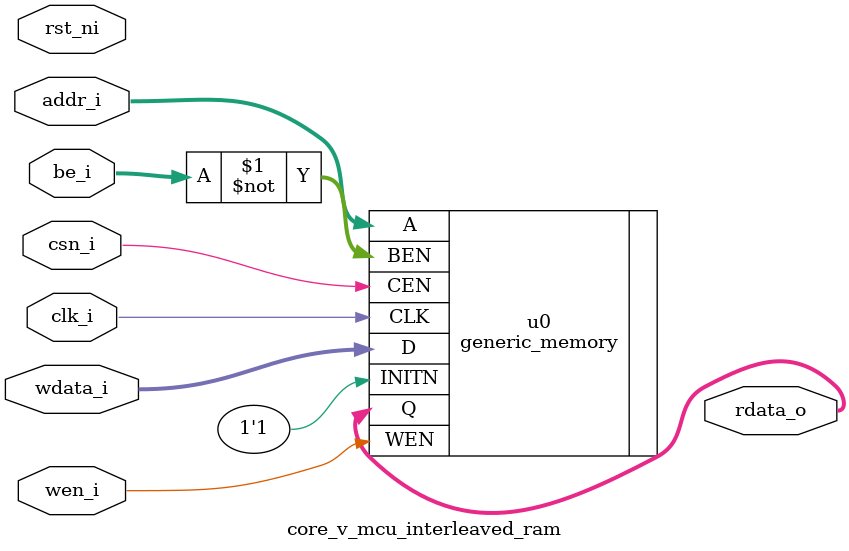
<source format=sv>
module core_v_mcu_private_ram #(
    parameter ADDR_WIDTH = 12
) (
    input clk_i,
    input rst_ni,
    input csn_i,
    input [3:0] be_i,
    input wen_i,
    input [ADDR_WIDTH-1:0] addr_i,
    input [31:0] wdata_i,
    output [31:0] rdata_o
);


  generic_memory #(
      .ADDR_WIDTH(ADDR_WIDTH),
      .DATA_WIDTH(32)
  ) u0 (
      .CLK  (clk_i),
      .INITN(1'b1),
      .CEN  (csn_i),
      .BEN  (~be_i),
      .WEN  (wen_i),
      .A    (addr_i),   //Convert from byte to word addressing
      .D    (wdata_i),
      .Q    (rdata_o)
  );

endmodule  // core_v_mcu_private_ram

module core_v_mcu_interleaved_ram #(
    parameter ADDR_WIDTH = 12
) (
    input clk_i,
    input rst_ni,
    input csn_i,
    input [3:0] be_i,
    input wen_i,
    input [ADDR_WIDTH-1:0] addr_i,
    input [31:0] wdata_i,
    output [31:0] rdata_o
);

  generic_memory #(
      .ADDR_WIDTH(ADDR_WIDTH),
      .DATA_WIDTH(32)
  ) u0 (
      .CLK  (clk_i),
      .INITN(1'b1),
      .CEN  (csn_i),
      .BEN  (~be_i),
      .WEN  (wen_i),
      .A    (addr_i),   //Convert from byte to word addressing
      .D    (wdata_i),
      .Q    (rdata_o)
  );

endmodule

</source>
